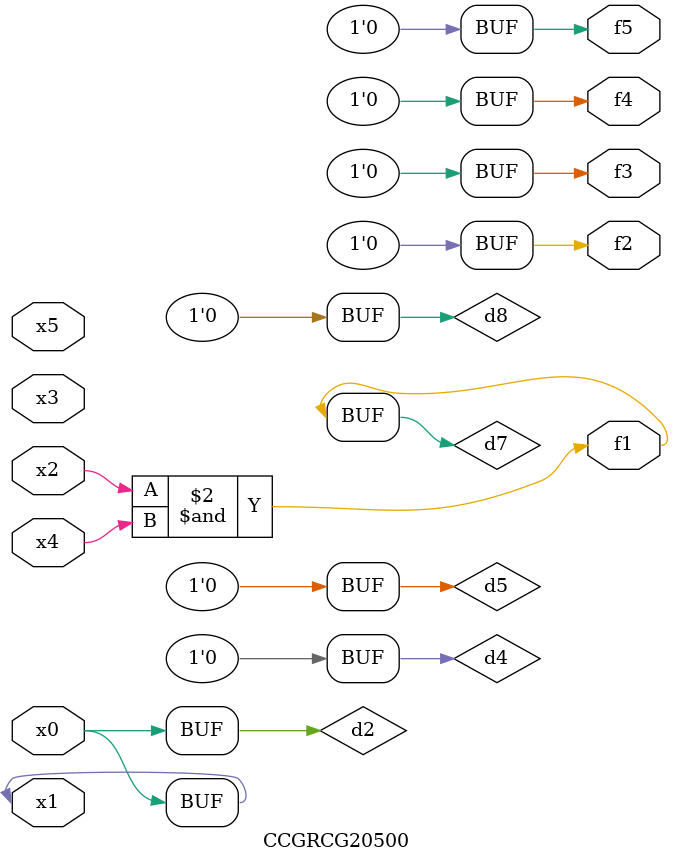
<source format=v>
module CCGRCG20500(
	input x0, x1, x2, x3, x4, x5,
	output f1, f2, f3, f4, f5
);

	wire d1, d2, d3, d4, d5, d6, d7, d8, d9;

	nand (d1, x1);
	buf (d2, x0, x1);
	nand (d3, x2, x4);
	and (d4, d1, d2);
	and (d5, d1, d2);
	nand (d6, d1, d3);
	not (d7, d3);
	xor (d8, d5);
	nor (d9, d5, d6);
	assign f1 = d7;
	assign f2 = d8;
	assign f3 = d8;
	assign f4 = d8;
	assign f5 = d8;
endmodule

</source>
